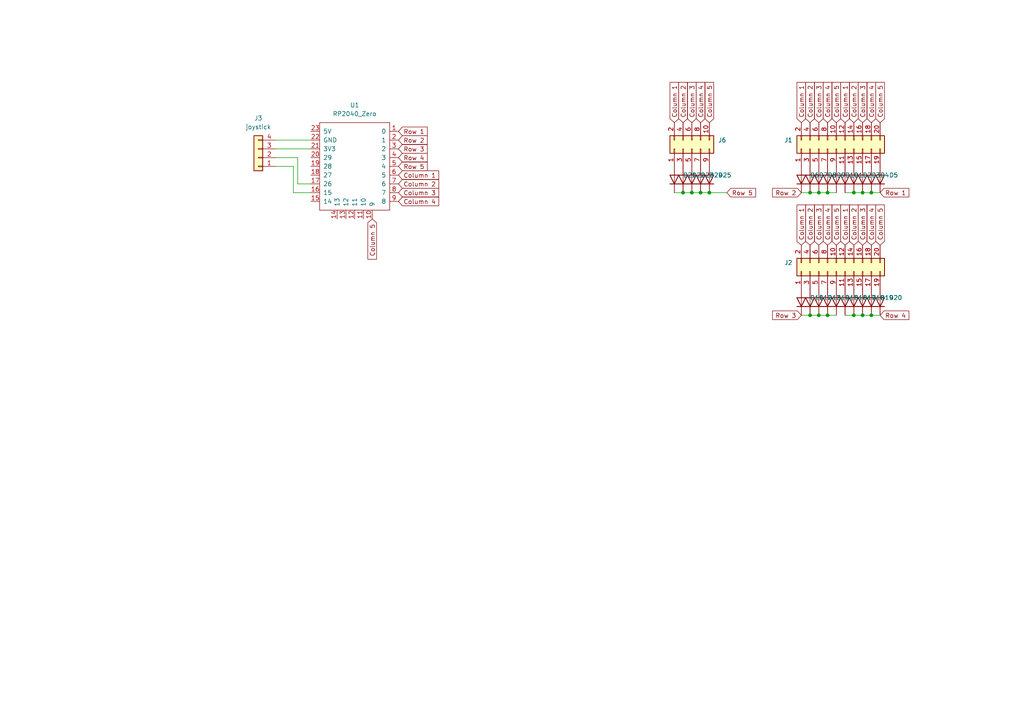
<source format=kicad_sch>
(kicad_sch (version 20231120) (generator "eeschema") (generator_version "8.0")
  (paper "A4")
  (lib_symbols
    (symbol "Connector_Generic:Conn_01x04" (pin_names (offset 1.016) hide)
      (property "Reference" "J" (at 0 5.08 0))
      (property "Value" "Conn_01x04" (at 0 -7.62 0))
      (symbol "Conn_01x04_1_1"
        (rectangle (start -1.27 -4.953) (end 0 -5.207) (stroke (width 0.1524)))
        (rectangle (start -1.27 -2.413) (end 0 -2.667) (stroke (width 0.1524)))
        (rectangle (start -1.27 0.127) (end 0 -0.127) (stroke (width 0.1524)))
        (rectangle (start -1.27 2.667) (end 0 2.413) (stroke (width 0.1524)))
        (rectangle (start -1.27 3.81) (end 1.27 -6.35) (stroke (width 0.254)) (fill (type background)))
        (pin passive line (at -5.08 2.54 0) (length 3.81) (name "Pin_1") (number "1"))
        (pin passive line (at -5.08 0 0) (length 3.81) (name "Pin_2") (number "2"))
        (pin passive line (at -5.08 -2.54 0) (length 3.81) (name "Pin_3") (number "3"))
        (pin passive line (at -5.08 -5.08 0) (length 3.81) (name "Pin_4") (number "4"))
      )
    )
    (symbol "Connector_Generic:Conn_02x05_Odd_Even" (pin_names (offset 1.016) hide)
      (property "Reference" "J" (at 1.27 7.62 0))
      (property "Value" "Conn_02x05_Odd_Even" (at 1.27 -7.62 0))
      (symbol "Conn_02x05_Odd_Even_1_1"
        (rectangle (start -1.27 -4.953) (end 0 -5.207) (stroke (width 0.1524)))
        (rectangle (start -1.27 -2.413) (end 0 -2.667) (stroke (width 0.1524)))
        (rectangle (start -1.27 0.127) (end 0 -0.127) (stroke (width 0.1524)))
        (rectangle (start -1.27 2.667) (end 0 2.413) (stroke (width 0.1524)))
        (rectangle (start -1.27 5.207) (end 0 4.953) (stroke (width 0.1524)))
        (rectangle (start -1.27 6.35) (end 3.81 -6.35) (stroke (width 0.254)) (fill (type background)))
        (rectangle (start 3.81 -4.953) (end 2.54 -5.207) (stroke (width 0.1524)))
        (rectangle (start 3.81 -2.413) (end 2.54 -2.667) (stroke (width 0.1524)))
        (rectangle (start 3.81 0.127) (end 2.54 -0.127) (stroke (width 0.1524)))
        (rectangle (start 3.81 2.667) (end 2.54 2.413) (stroke (width 0.1524)))
        (rectangle (start 3.81 5.207) (end 2.54 4.953) (stroke (width 0.1524)))
        (pin passive line (at -5.08 5.08 0) (length 3.81) (name "Pin_1") (number "1"))
        (pin passive line (at 7.62 -5.08 180) (length 3.81) (name "Pin_10") (number "10"))
        (pin passive line (at 7.62 5.08 180) (length 3.81) (name "Pin_2") (number "2"))
        (pin passive line (at -5.08 2.54 0) (length 3.81) (name "Pin_3") (number "3"))
        (pin passive line (at 7.62 2.54 180) (length 3.81) (name "Pin_4") (number "4"))
        (pin passive line (at -5.08 0 0) (length 3.81) (name "Pin_5") (number "5"))
        (pin passive line (at 7.62 0 180) (length 3.81) (name "Pin_6") (number "6"))
        (pin passive line (at -5.08 -2.54 0) (length 3.81) (name "Pin_7") (number "7"))
        (pin passive line (at 7.62 -2.54 180) (length 3.81) (name "Pin_8") (number "8"))
        (pin passive line (at -5.08 -5.08 0) (length 3.81) (name "Pin_9") (number "9"))
      )
    )
    (symbol "Connector_Generic:Conn_02x10_Odd_Even" (pin_names (offset 1.016) hide)
      (property "Reference" "J" (at 1.27 12.7 0))
      (property "Value" "Conn_02x10_Odd_Even" (at 1.27 -15.24 0))
      (symbol "Conn_02x10_Odd_Even_1_1"
        (rectangle (start -1.27 -12.573) (end 0 -12.827) (stroke (width 0.1524)))
        (rectangle (start -1.27 -10.033) (end 0 -10.287) (stroke (width 0.1524)))
        (rectangle (start -1.27 -7.493) (end 0 -7.747) (stroke (width 0.1524)))
        (rectangle (start -1.27 -4.953) (end 0 -5.207) (stroke (width 0.1524)))
        (rectangle (start -1.27 -2.413) (end 0 -2.667) (stroke (width 0.1524)))
        (rectangle (start -1.27 0.127) (end 0 -0.127) (stroke (width 0.1524)))
        (rectangle (start -1.27 2.667) (end 0 2.413) (stroke (width 0.1524)))
        (rectangle (start -1.27 5.207) (end 0 4.953) (stroke (width 0.1524)))
        (rectangle (start -1.27 7.747) (end 0 7.493) (stroke (width 0.1524)))
        (rectangle (start -1.27 10.287) (end 0 10.033) (stroke (width 0.1524)))
        (rectangle (start -1.27 11.43) (end 3.81 -13.97) (stroke (width 0.254)) (fill (type background)))
        (rectangle (start 3.81 -12.573) (end 2.54 -12.827) (stroke (width 0.1524)))
        (rectangle (start 3.81 -10.033) (end 2.54 -10.287) (stroke (width 0.1524)))
        (rectangle (start 3.81 -7.493) (end 2.54 -7.747) (stroke (width 0.1524)))
        (rectangle (start 3.81 -4.953) (end 2.54 -5.207) (stroke (width 0.1524)))
        (rectangle (start 3.81 -2.413) (end 2.54 -2.667) (stroke (width 0.1524)))
        (rectangle (start 3.81 0.127) (end 2.54 -0.127) (stroke (width 0.1524)))
        (rectangle (start 3.81 2.667) (end 2.54 2.413) (stroke (width 0.1524)))
        (rectangle (start 3.81 5.207) (end 2.54 4.953) (stroke (width 0.1524)))
        (rectangle (start 3.81 7.747) (end 2.54 7.493) (stroke (width 0.1524)))
        (rectangle (start 3.81 10.287) (end 2.54 10.033) (stroke (width 0.1524)))
        (pin passive line (at -5.08 10.16 0) (length 3.81) (name "Pin_1") (number "1"))
        (pin passive line (at 7.62 0 180) (length 3.81) (name "Pin_10") (number "10"))
        (pin passive line (at -5.08 -2.54 0) (length 3.81) (name "Pin_11") (number "11"))
        (pin passive line (at 7.62 -2.54 180) (length 3.81) (name "Pin_12") (number "12"))
        (pin passive line (at -5.08 -5.08 0) (length 3.81) (name "Pin_13") (number "13"))
        (pin passive line (at 7.62 -5.08 180) (length 3.81) (name "Pin_14") (number "14"))
        (pin passive line (at -5.08 -7.62 0) (length 3.81) (name "Pin_15") (number "15"))
        (pin passive line (at 7.62 -7.62 180) (length 3.81) (name "Pin_16") (number "16"))
        (pin passive line (at -5.08 -10.16 0) (length 3.81) (name "Pin_17") (number "17"))
        (pin passive line (at 7.62 -10.16 180) (length 3.81) (name "Pin_18") (number "18"))
        (pin passive line (at -5.08 -12.7 0) (length 3.81) (name "Pin_19") (number "19"))
        (pin passive line (at 7.62 10.16 180) (length 3.81) (name "Pin_2") (number "2"))
        (pin passive line (at 7.62 -12.7 180) (length 3.81) (name "Pin_20") (number "20"))
        (pin passive line (at -5.08 7.62 0) (length 3.81) (name "Pin_3") (number "3"))
        (pin passive line (at 7.62 7.62 180) (length 3.81) (name "Pin_4") (number "4"))
        (pin passive line (at -5.08 5.08 0) (length 3.81) (name "Pin_5") (number "5"))
        (pin passive line (at 7.62 5.08 180) (length 3.81) (name "Pin_6") (number "6"))
        (pin passive line (at -5.08 2.54 0) (length 3.81) (name "Pin_7") (number "7"))
        (pin passive line (at 7.62 2.54 180) (length 3.81) (name "Pin_8") (number "8"))
        (pin passive line (at -5.08 0 0) (length 3.81) (name "Pin_9") (number "9"))
      )
    )
    (symbol "ScottoKeebs:MCU_RP2040_Zero" (pin_names (offset 1.016))
      (property "Reference" "U" (at 0 15.24 0))
      (property "Value" "RP2040_Zero" (at 0 12.7 0))
      (symbol "MCU_RP2040_Zero_0_1"
        (rectangle (start -10.16 11.43) (end 10.16 -13.97))
      )
      (symbol "MCU_RP2040_Zero_1_1"
        (pin bidirectional line (at 12.7 8.89 180) (length 2.54) (name "0") (number "1"))
        (pin bidirectional line (at 5.08 -16.51 90) (length 2.54) (name "9") (number "10"))
        (pin bidirectional line (at 2.54 -16.51 90) (length 2.54) (name "10") (number "11"))
        (pin bidirectional line (at 0 -16.51 90) (length 2.54) (name "11") (number "12"))
        (pin bidirectional line (at -2.54 -16.51 90) (length 2.54) (name "12") (number "13"))
        (pin bidirectional line (at -5.08 -16.51 90) (length 2.54) (name "13") (number "14"))
        (pin bidirectional line (at -12.7 -11.43 0) (length 2.54) (name "14") (number "15"))
        (pin bidirectional line (at -12.7 -8.89 0) (length 2.54) (name "15") (number "16"))
        (pin bidirectional line (at -12.7 -6.35 0) (length 2.54) (name "26") (number "17"))
        (pin bidirectional line (at -12.7 -3.81 0) (length 2.54) (name "27") (number "18"))
        (pin bidirectional line (at -12.7 -1.27 0) (length 2.54) (name "28") (number "19"))
        (pin bidirectional line (at 12.7 6.35 180) (length 2.54) (name "1") (number "2"))
        (pin bidirectional line (at -12.7 1.27 0) (length 2.54) (name "29") (number "20"))
        (pin power_out line (at -12.7 3.81 0) (length 2.54) (name "3V3") (number "21"))
        (pin power_out line (at -12.7 6.35 0) (length 2.54) (name "GND") (number "22"))
        (pin power_out line (at -12.7 8.89 0) (length 2.54) (name "5V") (number "23"))
        (pin bidirectional line (at 12.7 3.81 180) (length 2.54) (name "2") (number "3"))
        (pin bidirectional line (at 12.7 1.27 180) (length 2.54) (name "3") (number "4"))
        (pin bidirectional line (at 12.7 -1.27 180) (length 2.54) (name "4") (number "5"))
        (pin bidirectional line (at 12.7 -3.81 180) (length 2.54) (name "5") (number "6"))
        (pin bidirectional line (at 12.7 -6.35 180) (length 2.54) (name "6") (number "7"))
        (pin bidirectional line (at 12.7 -8.89 180) (length 2.54) (name "7") (number "8"))
        (pin bidirectional line (at 12.7 -11.43 180) (length 2.54) (name "8") (number "9"))
      )
    )
    (symbol "ScottoKeebs:Placeholder_Diode" (pin_numbers hide) (pin_names hide)
      (property "Reference" "D" (at 0 2.54 0))
      (property "Value" "Diode" (at 0 -2.54 0))
      (symbol "Placeholder_Diode_0_1"
        (polyline (pts (xy -1.27 1.27) (xy -1.27 -1.27)) (stroke (width 0.254)))
        (polyline (pts (xy 1.27 0) (xy -1.27 0)))
        (polyline (pts (xy 1.27 1.27) (xy 1.27 -1.27) (xy -1.27 0) (xy 1.27 1.27)) (stroke (width 0.254)))
      )
      (symbol "Placeholder_Diode_1_1"
        (pin passive line (at -3.81 0 0) (length 2.54) (name "K") (number "1"))
        (pin passive line (at 3.81 0 180) (length 2.54) (name "A") (number "2"))
      )
    )
  )
  (junction (at 234.95 91.44))
  (junction (at 250.19 55.88))
  (junction (at 200.66 55.88))
  (junction (at 240.03 91.44))
  (junction (at 237.49 55.88))
  (junction (at 252.73 91.44))
  (junction (at 252.73 55.88))
  (junction (at 234.95 55.88))
  (junction (at 205.74 55.88))
  (junction (at 250.19 91.44))
  (junction (at 237.49 91.44))
  (junction (at 198.12 55.88))
  (junction (at 240.03 55.88))
  (junction (at 203.2 55.88))
  (junction (at 247.65 55.88))
  (junction (at 247.65 91.44))
  (wire (pts (xy 240.03 55.88) (xy 242.57 55.88)))
  (wire (pts (xy 252.73 55.88) (xy 255.27 55.88)))
  (wire (pts (xy 86.36 45.72) (xy 86.36 53.34)))
  (wire (pts (xy 250.19 91.44) (xy 252.73 91.44)))
  (wire (pts (xy 80.01 40.64) (xy 90.17 40.64)))
  (wire (pts (xy 80.01 45.72) (xy 86.36 45.72)))
  (wire (pts (xy 247.65 91.44) (xy 250.19 91.44)))
  (wire (pts (xy 85.09 48.26) (xy 85.09 55.88)))
  (wire (pts (xy 234.95 91.44) (xy 237.49 91.44)))
  (wire (pts (xy 234.95 55.88) (xy 237.49 55.88)))
  (wire (pts (xy 203.2 55.88) (xy 205.74 55.88)))
  (wire (pts (xy 210.82 55.88) (xy 205.74 55.88)))
  (wire (pts (xy 240.03 91.44) (xy 242.57 91.44)))
  (wire (pts (xy 85.09 55.88) (xy 90.17 55.88)))
  (wire (pts (xy 198.12 55.88) (xy 200.66 55.88)))
  (wire (pts (xy 245.11 91.44) (xy 247.65 91.44)))
  (wire (pts (xy 232.41 55.88) (xy 234.95 55.88)))
  (wire (pts (xy 80.01 48.26) (xy 85.09 48.26)))
  (wire (pts (xy 200.66 55.88) (xy 203.2 55.88)))
  (wire (pts (xy 252.73 91.44) (xy 255.27 91.44)))
  (wire (pts (xy 80.01 43.18) (xy 90.17 43.18)))
  (wire (pts (xy 195.58 55.88) (xy 198.12 55.88)))
  (wire (pts (xy 232.41 91.44) (xy 234.95 91.44)))
  (wire (pts (xy 237.49 55.88) (xy 240.03 55.88)))
  (wire (pts (xy 247.65 55.88) (xy 250.19 55.88)))
  (wire (pts (xy 250.19 55.88) (xy 252.73 55.88)))
  (wire (pts (xy 237.49 91.44) (xy 240.03 91.44)))
  (wire (pts (xy 245.11 55.88) (xy 247.65 55.88)))
  (wire (pts (xy 86.36 53.34) (xy 90.17 53.34)))
  (global_label "Column 4" (shape input) (at 115.57 58.42 0) (property "Intersheetrefs" "${INTERSHEET_REFS}" (effects (hide yes))))
  (global_label "Column 2" (shape input) (at 115.57 53.34 0) (property "Intersheetrefs" "${INTERSHEET_REFS}" (effects (hide yes))))
  (global_label "Column 5" (shape input) (at 255.27 35.56 90) (property "Intersheetrefs" "${INTERSHEET_REFS}" (effects (hide yes))))
  (global_label "Row 4" (shape input) (at 255.27 91.44 0) (property "Intersheetrefs" "${INTERSHEET_REFS}" (effects (hide yes))))
  (global_label "Column 4" (shape input) (at 203.2 35.56 90) (property "Intersheetrefs" "${INTERSHEET_REFS}" (effects (hide yes))))
  (global_label "Row 3" (shape input) (at 115.57 43.18 0) (property "Intersheetrefs" "${INTERSHEET_REFS}" (effects (hide yes))))
  (global_label "Column 1" (shape input) (at 245.11 71.12 90) (property "Intersheetrefs" "${INTERSHEET_REFS}" (effects (hide yes))))
  (global_label "Column 1" (shape input) (at 232.41 35.56 90) (property "Intersheetrefs" "${INTERSHEET_REFS}" (effects (hide yes))))
  (global_label "Column 2" (shape input) (at 234.95 35.56 90) (property "Intersheetrefs" "${INTERSHEET_REFS}" (effects (hide yes))))
  (global_label "Column 1" (shape input) (at 245.11 35.56 90) (property "Intersheetrefs" "${INTERSHEET_REFS}" (effects (hide yes))))
  (global_label "Column 3" (shape input) (at 200.66 35.56 90) (property "Intersheetrefs" "${INTERSHEET_REFS}" (effects (hide yes))))
  (global_label "Column 4" (shape input) (at 252.73 71.12 90) (property "Intersheetrefs" "${INTERSHEET_REFS}" (effects (hide yes))))
  (global_label "Row 2" (shape input) (at 232.41 55.88 180) (property "Intersheetrefs" "${INTERSHEET_REFS}" (effects (hide yes))))
  (global_label "Column 4" (shape input) (at 240.03 71.12 90) (property "Intersheetrefs" "${INTERSHEET_REFS}" (effects (hide yes))))
  (global_label "Row 3" (shape input) (at 232.41 91.44 180) (property "Intersheetrefs" "${INTERSHEET_REFS}" (effects (hide yes))))
  (global_label "Column 5" (shape input) (at 205.74 35.56 90) (property "Intersheetrefs" "${INTERSHEET_REFS}" (effects (hide yes))))
  (global_label "Column 5" (shape input) (at 242.57 35.56 90) (property "Intersheetrefs" "${INTERSHEET_REFS}" (effects (hide yes))))
  (global_label "Column 3" (shape input) (at 115.57 55.88 0) (property "Intersheetrefs" "${INTERSHEET_REFS}" (effects (hide yes))))
  (global_label "Column 2" (shape input) (at 234.95 71.12 90) (property "Intersheetrefs" "${INTERSHEET_REFS}" (effects (hide yes))))
  (global_label "Column 5" (shape input) (at 242.57 71.12 90) (property "Intersheetrefs" "${INTERSHEET_REFS}" (effects (hide yes))))
  (global_label "Column 5" (shape input) (at 107.95 63.5 270) (property "Intersheetrefs" "${INTERSHEET_REFS}" (effects (hide yes))))
  (global_label "Column 1" (shape input) (at 232.41 71.12 90) (property "Intersheetrefs" "${INTERSHEET_REFS}" (effects (hide yes))))
  (global_label "Column 4" (shape input) (at 252.73 35.56 90) (property "Intersheetrefs" "${INTERSHEET_REFS}" (effects (hide yes))))
  (global_label "Row 1" (shape input) (at 255.27 55.88 0) (property "Intersheetrefs" "${INTERSHEET_REFS}" (effects (hide yes))))
  (global_label "Row 1" (shape input) (at 115.57 38.1 0) (property "Intersheetrefs" "${INTERSHEET_REFS}" (effects (hide yes))))
  (global_label "Column 4" (shape input) (at 240.03 35.56 90) (property "Intersheetrefs" "${INTERSHEET_REFS}" (effects (hide yes))))
  (global_label "Column 5" (shape input) (at 255.27 71.12 90) (property "Intersheetrefs" "${INTERSHEET_REFS}" (effects (hide yes))))
  (global_label "Column 1" (shape input) (at 115.57 50.8 0) (property "Intersheetrefs" "${INTERSHEET_REFS}" (effects (hide yes))))
  (global_label "Row 4" (shape input) (at 115.57 45.72 0) (property "Intersheetrefs" "${INTERSHEET_REFS}" (effects (hide yes))))
  (global_label "Column 3" (shape input) (at 237.49 71.12 90) (property "Intersheetrefs" "${INTERSHEET_REFS}" (effects (hide yes))))
  (global_label "Column 1" (shape input) (at 195.58 35.56 90) (property "Intersheetrefs" "${INTERSHEET_REFS}" (effects (hide yes))))
  (global_label "Column 3" (shape input) (at 237.49 35.56 90) (property "Intersheetrefs" "${INTERSHEET_REFS}" (effects (hide yes))))
  (global_label "Column 2" (shape input) (at 247.65 71.12 90) (property "Intersheetrefs" "${INTERSHEET_REFS}" (effects (hide yes))))
  (global_label "Column 2" (shape input) (at 198.12 35.56 90) (property "Intersheetrefs" "${INTERSHEET_REFS}" (effects (hide yes))))
  (global_label "Column 3" (shape input) (at 250.19 71.12 90) (property "Intersheetrefs" "${INTERSHEET_REFS}" (effects (hide yes))))
  (global_label "Row 2" (shape input) (at 115.57 40.64 0) (property "Intersheetrefs" "${INTERSHEET_REFS}" (effects (hide yes))))
  (global_label "Row 5" (shape input) (at 210.82 55.88 0) (property "Intersheetrefs" "${INTERSHEET_REFS}" (effects (hide yes))))
  (global_label "Row 5" (shape input) (at 115.57 48.26 0) (property "Intersheetrefs" "${INTERSHEET_REFS}" (effects (hide yes))))
  (global_label "Column 3" (shape input) (at 250.19 35.56 90) (property "Intersheetrefs" "${INTERSHEET_REFS}" (effects (hide yes))))
  (global_label "Column 2" (shape input) (at 247.65 35.56 90) (property "Intersheetrefs" "${INTERSHEET_REFS}" (effects (hide yes))))
  (symbol (lib_id "ScottoKeebs:Placeholder_Diode") (at 200.66 52.07 90) (unit 1)
    (property "Reference" "D23" (at 203.2 50.7999 90) (effects (justify right)))
    (property "Value" "Diode" (effects (hide yes)))
    (property "Footprint" "ScottoKeebs_Components:Diode_DO-35" (effects (hide yes)))
    (property "Description" "1N4148 (DO-35) or 1N4148W (SOD-123)" (effects (hide yes)))
    (property "Sim.Device" "D" (effects (hide yes)))
    (property "Sim.Pins" "1=K 2=A" (effects (hide yes)))
  )
  (symbol (lib_id "ScottoKeebs:Placeholder_Diode") (at 237.49 52.07 90) (unit 1)
    (property "Reference" "D8" (at 240.03 50.7999 90) (effects (justify right)))
    (property "Value" "Diode" (effects (hide yes)))
    (property "Footprint" "ScottoKeebs_Components:Diode_DO-35" (effects (hide yes)))
    (property "Description" "1N4148 (DO-35) or 1N4148W (SOD-123)" (effects (hide yes)))
    (property "Sim.Device" "D" (effects (hide yes)))
    (property "Sim.Pins" "1=K 2=A" (effects (hide yes)))
  )
  (symbol (lib_id "ScottoKeebs:Placeholder_Diode") (at 232.41 52.07 90) (unit 1)
    (property "Reference" "D6" (at 234.95 50.7999 90) (effects (justify right)))
    (property "Value" "Diode" (effects (hide yes)))
    (property "Footprint" "ScottoKeebs_Components:Diode_DO-35" (effects (hide yes)))
    (property "Description" "1N4148 (DO-35) or 1N4148W (SOD-123)" (effects (hide yes)))
    (property "Sim.Device" "D" (effects (hide yes)))
    (property "Sim.Pins" "1=K 2=A" (effects (hide yes)))
  )
  (symbol (lib_id "Connector_Generic:Conn_02x10_Odd_Even") (at 242.57 78.74 90) (unit 1)
    (property "Reference" "J2" (at 229.87 76.1999 90) (effects (justify left)))
    (property "Value" "Conn_02x10_Odd_Even" (effects (hide yes)))
    (property "Footprint" "Connector_PinHeader_2.54mm:PinHeader_2x10_P2.54mm_Vertical" (effects (hide yes)))
    (property "Description" "Generic connector, double row, 02x10, odd/even pin numbering scheme (row 1 odd numbers, row 2 even numbers), script generated (kicad-library-utils/schlib/autogen/connector/)" (effects (hide yes)))
  )
  (symbol (lib_id "Connector_Generic:Conn_01x04") (at 74.93 45.72 180) (unit 1)
    (property "Reference" "J3" (at 74.93 34.29 0))
    (property "Value" "joystick" (at 74.93 36.83 0))
    (property "Footprint" "Connector_JST:JST_PH_B4B-PH-K_1x04_P2.00mm_Vertical" (effects (hide yes)))
    (property "Description" "Generic connector, single row, 01x04, script generated (kicad-library-utils/schlib/autogen/connector/)" (effects (hide yes)))
  )
  (symbol (lib_id "ScottoKeebs:Placeholder_Diode") (at 247.65 52.07 90) (unit 1)
    (property "Reference" "D2" (at 250.19 50.7999 90) (effects (justify right)))
    (property "Value" "Diode" (effects (hide yes)))
    (property "Footprint" "ScottoKeebs_Components:Diode_DO-35" (effects (hide yes)))
    (property "Description" "1N4148 (DO-35) or 1N4148W (SOD-123)" (effects (hide yes)))
    (property "Sim.Device" "D" (effects (hide yes)))
    (property "Sim.Pins" "1=K 2=A" (effects (hide yes)))
  )
  (symbol (lib_id "ScottoKeebs:Placeholder_Diode") (at 250.19 52.07 90) (unit 1)
    (property "Reference" "D3" (at 252.73 50.7999 90) (effects (justify right)))
    (property "Value" "Diode" (effects (hide yes)))
    (property "Footprint" "ScottoKeebs_Components:Diode_DO-35" (effects (hide yes)))
    (property "Description" "1N4148 (DO-35) or 1N4148W (SOD-123)" (effects (hide yes)))
    (property "Sim.Device" "D" (effects (hide yes)))
    (property "Sim.Pins" "1=K 2=A" (effects (hide yes)))
  )
  (symbol (lib_id "ScottoKeebs:Placeholder_Diode") (at 234.95 87.63 90) (unit 1)
    (property "Reference" "D12" (at 237.49 86.3599 90) (effects (justify right)))
    (property "Value" "Diode" (effects (hide yes)))
    (property "Footprint" "ScottoKeebs_Components:Diode_DO-35" (effects (hide yes)))
    (property "Description" "1N4148 (DO-35) or 1N4148W (SOD-123)" (effects (hide yes)))
    (property "Sim.Device" "D" (effects (hide yes)))
    (property "Sim.Pins" "1=K 2=A" (effects (hide yes)))
  )
  (symbol (lib_id "ScottoKeebs:Placeholder_Diode") (at 203.2 52.07 90) (unit 1)
    (property "Reference" "D24" (at 205.74 50.7999 90) (effects (justify right)))
    (property "Value" "Diode" (effects (hide yes)))
    (property "Footprint" "ScottoKeebs_Components:Diode_DO-35" (effects (hide yes)))
    (property "Description" "1N4148 (DO-35) or 1N4148W (SOD-123)" (effects (hide yes)))
    (property "Sim.Device" "D" (effects (hide yes)))
    (property "Sim.Pins" "1=K 2=A" (effects (hide yes)))
  )
  (symbol (lib_id "Connector_Generic:Conn_02x05_Odd_Even") (at 200.66 43.18 90) (unit 1)
    (property "Reference" "J6" (at 208.28 40.6399 90) (effects (justify right)))
    (property "Value" "Conn_02x05_Odd_Even" (effects (hide yes)))
    (property "Footprint" "Connector_PinHeader_2.54mm:PinHeader_2x05_P2.54mm_Vertical" (effects (hide yes)))
    (property "Description" "Generic connector, double row, 02x05, odd/even pin numbering scheme (row 1 odd numbers, row 2 even numbers), script generated (kicad-library-utils/schlib/autogen/connector/)" (effects (hide yes)))
  )
  (symbol (lib_id "ScottoKeebs:Placeholder_Diode") (at 252.73 52.07 90) (unit 1)
    (property "Reference" "D4" (at 255.27 50.7999 90) (effects (justify right)))
    (property "Value" "Diode" (effects (hide yes)))
    (property "Footprint" "ScottoKeebs_Components:Diode_DO-35" (effects (hide yes)))
    (property "Description" "1N4148 (DO-35) or 1N4148W (SOD-123)" (effects (hide yes)))
    (property "Sim.Device" "D" (effects (hide yes)))
    (property "Sim.Pins" "1=K 2=A" (effects (hide yes)))
  )
  (symbol (lib_id "ScottoKeebs:Placeholder_Diode") (at 232.41 87.63 90) (unit 1)
    (property "Reference" "D11" (at 234.95 86.3599 90) (effects (justify right)))
    (property "Value" "Diode" (effects (hide yes)))
    (property "Footprint" "ScottoKeebs_Components:Diode_DO-35" (effects (hide yes)))
    (property "Description" "1N4148 (DO-35) or 1N4148W (SOD-123)" (effects (hide yes)))
    (property "Sim.Device" "D" (effects (hide yes)))
    (property "Sim.Pins" "1=K 2=A" (effects (hide yes)))
  )
  (symbol (lib_id "ScottoKeebs:Placeholder_Diode") (at 255.27 52.07 90) (unit 1)
    (property "Reference" "D5" (at 257.81 50.7999 90) (effects (justify right)))
    (property "Value" "Diode" (effects (hide yes)))
    (property "Footprint" "ScottoKeebs_Components:Diode_DO-35" (effects (hide yes)))
    (property "Description" "1N4148 (DO-35) or 1N4148W (SOD-123)" (effects (hide yes)))
    (property "Sim.Device" "D" (effects (hide yes)))
    (property "Sim.Pins" "1=K 2=A" (effects (hide yes)))
  )
  (symbol (lib_id "ScottoKeebs:Placeholder_Diode") (at 252.73 87.63 90) (unit 1)
    (property "Reference" "D19" (at 255.27 86.3599 90) (effects (justify right)))
    (property "Value" "Diode" (effects (hide yes)))
    (property "Footprint" "ScottoKeebs_Components:Diode_DO-35" (effects (hide yes)))
    (property "Description" "1N4148 (DO-35) or 1N4148W (SOD-123)" (effects (hide yes)))
    (property "Sim.Device" "D" (effects (hide yes)))
    (property "Sim.Pins" "1=K 2=A" (effects (hide yes)))
  )
  (symbol (lib_id "ScottoKeebs:Placeholder_Diode") (at 240.03 87.63 90) (unit 1)
    (property "Reference" "D14" (at 242.57 86.3599 90) (effects (justify right)))
    (property "Value" "Diode" (effects (hide yes)))
    (property "Footprint" "ScottoKeebs_Components:Diode_DO-35" (effects (hide yes)))
    (property "Description" "1N4148 (DO-35) or 1N4148W (SOD-123)" (effects (hide yes)))
    (property "Sim.Device" "D" (effects (hide yes)))
    (property "Sim.Pins" "1=K 2=A" (effects (hide yes)))
  )
  (symbol (lib_id "ScottoKeebs:Placeholder_Diode") (at 247.65 87.63 90) (unit 1)
    (property "Reference" "D17" (at 250.19 86.3599 90) (effects (justify right)))
    (property "Value" "Diode" (effects (hide yes)))
    (property "Footprint" "ScottoKeebs_Components:Diode_DO-35" (effects (hide yes)))
    (property "Description" "1N4148 (DO-35) or 1N4148W (SOD-123)" (effects (hide yes)))
    (property "Sim.Device" "D" (effects (hide yes)))
    (property "Sim.Pins" "1=K 2=A" (effects (hide yes)))
  )
  (symbol (lib_id "ScottoKeebs:Placeholder_Diode") (at 205.74 52.07 90) (unit 1)
    (property "Reference" "D25" (at 208.28 50.7999 90) (effects (justify right)))
    (property "Value" "Diode" (effects (hide yes)))
    (property "Footprint" "ScottoKeebs_Components:Diode_DO-35" (effects (hide yes)))
    (property "Description" "1N4148 (DO-35) or 1N4148W (SOD-123)" (effects (hide yes)))
    (property "Sim.Device" "D" (effects (hide yes)))
    (property "Sim.Pins" "1=K 2=A" (effects (hide yes)))
  )
  (symbol (lib_id "ScottoKeebs:Placeholder_Diode") (at 245.11 52.07 90) (unit 1)
    (property "Reference" "D1" (at 247.65 50.7999 90) (effects (justify right)))
    (property "Value" "Diode" (effects (hide yes)))
    (property "Footprint" "ScottoKeebs_Components:Diode_DO-35" (effects (hide yes)))
    (property "Description" "1N4148 (DO-35) or 1N4148W (SOD-123)" (effects (hide yes)))
    (property "Sim.Device" "D" (effects (hide yes)))
    (property "Sim.Pins" "1=K 2=A" (effects (hide yes)))
  )
  (symbol (lib_id "ScottoKeebs:Placeholder_Diode") (at 242.57 52.07 90) (unit 1)
    (property "Reference" "D10" (at 245.11 50.7999 90) (effects (justify right)))
    (property "Value" "Diode" (effects (hide yes)))
    (property "Footprint" "ScottoKeebs_Components:Diode_DO-35" (effects (hide yes)))
    (property "Description" "1N4148 (DO-35) or 1N4148W (SOD-123)" (effects (hide yes)))
    (property "Sim.Device" "D" (effects (hide yes)))
    (property "Sim.Pins" "1=K 2=A" (effects (hide yes)))
  )
  (symbol (lib_id "ScottoKeebs:Placeholder_Diode") (at 198.12 52.07 90) (unit 1)
    (property "Reference" "D22" (at 200.66 50.7999 90) (effects (justify right)))
    (property "Value" "Diode" (effects (hide yes)))
    (property "Footprint" "ScottoKeebs_Components:Diode_DO-35" (effects (hide yes)))
    (property "Description" "1N4148 (DO-35) or 1N4148W (SOD-123)" (effects (hide yes)))
    (property "Sim.Device" "D" (effects (hide yes)))
    (property "Sim.Pins" "1=K 2=A" (effects (hide yes)))
  )
  (symbol (lib_id "Connector_Generic:Conn_02x10_Odd_Even") (at 242.57 43.18 90) (unit 1)
    (property "Reference" "J1" (at 229.87 40.6399 90) (effects (justify left)))
    (property "Value" "Conn_02x10_Odd_Even" (effects (hide yes)))
    (property "Footprint" "Connector_PinHeader_2.54mm:PinHeader_2x10_P2.54mm_Vertical" (effects (hide yes)))
    (property "Description" "Generic connector, double row, 02x10, odd/even pin numbering scheme (row 1 odd numbers, row 2 even numbers), script generated (kicad-library-utils/schlib/autogen/connector/)" (effects (hide yes)))
  )
  (symbol (lib_id "ScottoKeebs:Placeholder_Diode") (at 234.95 52.07 90) (unit 1)
    (property "Reference" "D7" (at 237.49 50.7999 90) (effects (justify right)))
    (property "Value" "Diode" (effects (hide yes)))
    (property "Footprint" "ScottoKeebs_Components:Diode_DO-35" (effects (hide yes)))
    (property "Description" "1N4148 (DO-35) or 1N4148W (SOD-123)" (effects (hide yes)))
    (property "Sim.Device" "D" (effects (hide yes)))
    (property "Sim.Pins" "1=K 2=A" (effects (hide yes)))
  )
  (symbol (lib_id "ScottoKeebs:MCU_RP2040_Zero") (at 102.87 46.99 0) (unit 1)
    (property "Reference" "U1" (at 102.87 30.48 0))
    (property "Value" "RP2040_Zero" (at 102.87 33.02 0))
    (property "Footprint" "ScottoKeebs_MCU:RP2040_Zero" (effects (hide yes)))
  )
  (symbol (lib_id "ScottoKeebs:Placeholder_Diode") (at 242.57 87.63 90) (unit 1)
    (property "Reference" "D15" (at 245.11 86.3599 90) (effects (justify right)))
    (property "Value" "Diode" (effects (hide yes)))
    (property "Footprint" "ScottoKeebs_Components:Diode_DO-35" (effects (hide yes)))
    (property "Description" "1N4148 (DO-35) or 1N4148W (SOD-123)" (effects (hide yes)))
    (property "Sim.Device" "D" (effects (hide yes)))
    (property "Sim.Pins" "1=K 2=A" (effects (hide yes)))
  )
  (symbol (lib_id "ScottoKeebs:Placeholder_Diode") (at 237.49 87.63 90) (unit 1)
    (property "Reference" "D13" (at 240.03 86.3599 90) (effects (justify right)))
    (property "Value" "Diode" (effects (hide yes)))
    (property "Footprint" "ScottoKeebs_Components:Diode_DO-35" (effects (hide yes)))
    (property "Description" "1N4148 (DO-35) or 1N4148W (SOD-123)" (effects (hide yes)))
    (property "Sim.Device" "D" (effects (hide yes)))
    (property "Sim.Pins" "1=K 2=A" (effects (hide yes)))
  )
  (symbol (lib_id "ScottoKeebs:Placeholder_Diode") (at 245.11 87.63 90) (unit 1)
    (property "Reference" "D16" (at 247.65 86.3599 90) (effects (justify right)))
    (property "Value" "Diode" (effects (hide yes)))
    (property "Footprint" "ScottoKeebs_Components:Diode_DO-35" (effects (hide yes)))
    (property "Description" "1N4148 (DO-35) or 1N4148W (SOD-123)" (effects (hide yes)))
    (property "Sim.Device" "D" (effects (hide yes)))
    (property "Sim.Pins" "1=K 2=A" (effects (hide yes)))
  )
  (symbol (lib_id "ScottoKeebs:Placeholder_Diode") (at 195.58 52.07 90) (unit 1)
    (property "Reference" "D21" (at 198.12 50.7999 90) (effects (justify right)))
    (property "Value" "Diode" (effects (hide yes)))
    (property "Footprint" "ScottoKeebs_Components:Diode_DO-35" (effects (hide yes)))
    (property "Description" "1N4148 (DO-35) or 1N4148W (SOD-123)" (effects (hide yes)))
    (property "Sim.Device" "D" (effects (hide yes)))
    (property "Sim.Pins" "1=K 2=A" (effects (hide yes)))
  )
  (symbol (lib_id "ScottoKeebs:Placeholder_Diode") (at 240.03 52.07 90) (unit 1)
    (property "Reference" "D9" (at 242.57 50.7999 90) (effects (justify right)))
    (property "Value" "Diode" (effects (hide yes)))
    (property "Footprint" "ScottoKeebs_Components:Diode_DO-35" (effects (hide yes)))
    (property "Description" "1N4148 (DO-35) or 1N4148W (SOD-123)" (effects (hide yes)))
    (property "Sim.Device" "D" (effects (hide yes)))
    (property "Sim.Pins" "1=K 2=A" (effects (hide yes)))
  )
  (symbol (lib_id "ScottoKeebs:Placeholder_Diode") (at 250.19 87.63 90) (unit 1)
    (property "Reference" "D18" (at 252.73 86.3599 90) (effects (justify right)))
    (property "Value" "Diode" (effects (hide yes)))
    (property "Footprint" "ScottoKeebs_Components:Diode_DO-35" (effects (hide yes)))
    (property "Description" "1N4148 (DO-35) or 1N4148W (SOD-123)" (effects (hide yes)))
    (property "Sim.Device" "D" (effects (hide yes)))
    (property "Sim.Pins" "1=K 2=A" (effects (hide yes)))
  )
  (symbol (lib_id "ScottoKeebs:Placeholder_Diode") (at 255.27 87.63 90) (unit 1)
    (property "Reference" "D20" (at 257.81 86.3599 90) (effects (justify right)))
    (property "Value" "Diode" (effects (hide yes)))
    (property "Footprint" "ScottoKeebs_Components:Diode_DO-35" (effects (hide yes)))
    (property "Description" "1N4148 (DO-35) or 1N4148W (SOD-123)" (effects (hide yes)))
    (property "Sim.Device" "D" (effects (hide yes)))
    (property "Sim.Pins" "1=K 2=A" (effects (hide yes)))
  )
)
</source>
